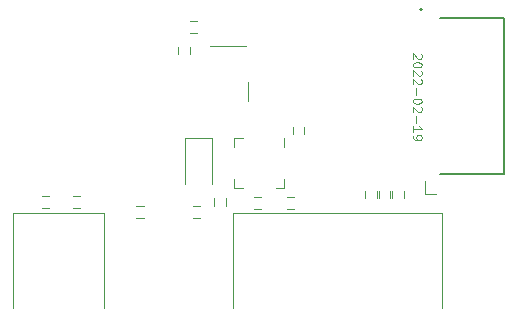
<source format=gbr>
%TF.GenerationSoftware,KiCad,Pcbnew,(6.0.2-0)*%
%TF.CreationDate,2022-02-20T12:38:54+00:00*%
%TF.ProjectId,GPS,4750532e-6b69-4636-9164-5f7063625858,5*%
%TF.SameCoordinates,Original*%
%TF.FileFunction,Legend,Top*%
%TF.FilePolarity,Positive*%
%FSLAX46Y46*%
G04 Gerber Fmt 4.6, Leading zero omitted, Abs format (unit mm)*
G04 Created by KiCad (PCBNEW (6.0.2-0)) date 2022-02-20 12:38:54*
%MOMM*%
%LPD*%
G01*
G04 APERTURE LIST*
%ADD10C,0.100000*%
%ADD11C,0.120000*%
%ADD12C,0.127000*%
%ADD13C,0.200000*%
G04 APERTURE END LIST*
D10*
X118439285Y-120757142D02*
X118475000Y-120792857D01*
X118510714Y-120864285D01*
X118510714Y-121042857D01*
X118475000Y-121114285D01*
X118439285Y-121150000D01*
X118367857Y-121185714D01*
X118296428Y-121185714D01*
X118189285Y-121150000D01*
X117760714Y-120721428D01*
X117760714Y-121185714D01*
X118510714Y-121650000D02*
X118510714Y-121721428D01*
X118475000Y-121792857D01*
X118439285Y-121828571D01*
X118367857Y-121864285D01*
X118225000Y-121900000D01*
X118046428Y-121900000D01*
X117903571Y-121864285D01*
X117832142Y-121828571D01*
X117796428Y-121792857D01*
X117760714Y-121721428D01*
X117760714Y-121650000D01*
X117796428Y-121578571D01*
X117832142Y-121542857D01*
X117903571Y-121507142D01*
X118046428Y-121471428D01*
X118225000Y-121471428D01*
X118367857Y-121507142D01*
X118439285Y-121542857D01*
X118475000Y-121578571D01*
X118510714Y-121650000D01*
X118439285Y-122185714D02*
X118475000Y-122221428D01*
X118510714Y-122292857D01*
X118510714Y-122471428D01*
X118475000Y-122542857D01*
X118439285Y-122578571D01*
X118367857Y-122614285D01*
X118296428Y-122614285D01*
X118189285Y-122578571D01*
X117760714Y-122150000D01*
X117760714Y-122614285D01*
X118439285Y-122900000D02*
X118475000Y-122935714D01*
X118510714Y-123007142D01*
X118510714Y-123185714D01*
X118475000Y-123257142D01*
X118439285Y-123292857D01*
X118367857Y-123328571D01*
X118296428Y-123328571D01*
X118189285Y-123292857D01*
X117760714Y-122864285D01*
X117760714Y-123328571D01*
X118046428Y-123650000D02*
X118046428Y-124221428D01*
X118510714Y-124721428D02*
X118510714Y-124792857D01*
X118475000Y-124864285D01*
X118439285Y-124900000D01*
X118367857Y-124935714D01*
X118225000Y-124971428D01*
X118046428Y-124971428D01*
X117903571Y-124935714D01*
X117832142Y-124900000D01*
X117796428Y-124864285D01*
X117760714Y-124792857D01*
X117760714Y-124721428D01*
X117796428Y-124650000D01*
X117832142Y-124614285D01*
X117903571Y-124578571D01*
X118046428Y-124542857D01*
X118225000Y-124542857D01*
X118367857Y-124578571D01*
X118439285Y-124614285D01*
X118475000Y-124650000D01*
X118510714Y-124721428D01*
X118439285Y-125257142D02*
X118475000Y-125292857D01*
X118510714Y-125364285D01*
X118510714Y-125542857D01*
X118475000Y-125614285D01*
X118439285Y-125650000D01*
X118367857Y-125685714D01*
X118296428Y-125685714D01*
X118189285Y-125650000D01*
X117760714Y-125221428D01*
X117760714Y-125685714D01*
X118046428Y-126007142D02*
X118046428Y-126578571D01*
X117760714Y-127328571D02*
X117760714Y-126900000D01*
X117760714Y-127114285D02*
X118510714Y-127114285D01*
X118403571Y-127042857D01*
X118332142Y-126971428D01*
X118296428Y-126900000D01*
X117760714Y-127685714D02*
X117760714Y-127828571D01*
X117796428Y-127900000D01*
X117832142Y-127935714D01*
X117939285Y-128007142D01*
X118082142Y-128042857D01*
X118367857Y-128042857D01*
X118439285Y-128007142D01*
X118475000Y-127971428D01*
X118510714Y-127900000D01*
X118510714Y-127757142D01*
X118475000Y-127685714D01*
X118439285Y-127650000D01*
X118367857Y-127614285D01*
X118189285Y-127614285D01*
X118117857Y-127650000D01*
X118082142Y-127685714D01*
X118046428Y-127757142D01*
X118046428Y-127900000D01*
X118082142Y-127971428D01*
X118117857Y-128007142D01*
X118189285Y-128042857D01*
D11*
%TO.C,R5*%
X107100000Y-132900000D02*
X107700000Y-132900000D01*
X107100000Y-133900000D02*
X107700000Y-133900000D01*
%TO.C,R4*%
X104300000Y-132900000D02*
X104900000Y-132900000D01*
X104300000Y-133900000D02*
X104900000Y-133900000D01*
%TO.C,R1*%
X108570000Y-126950000D02*
X108570000Y-127550000D01*
X107570000Y-126950000D02*
X107570000Y-127550000D01*
%TO.C,R2*%
X94950000Y-134650000D02*
X94350000Y-134650000D01*
X94950000Y-133650000D02*
X94350000Y-133650000D01*
%TO.C,U3*%
X102640000Y-131385000D02*
X102640000Y-132110000D01*
X102640000Y-128615000D02*
X102640000Y-127890000D01*
X102640000Y-132110000D02*
X103365000Y-132110000D01*
X106860000Y-131385000D02*
X106860000Y-132110000D01*
X106860000Y-128615000D02*
X106860000Y-127890000D01*
X106860000Y-132110000D02*
X106135000Y-132110000D01*
X102640000Y-127890000D02*
X103365000Y-127890000D01*
%TO.C,R3*%
X99750000Y-133650000D02*
X99150000Y-133650000D01*
X99750000Y-134650000D02*
X99150000Y-134650000D01*
%TO.C,R9*%
X113700000Y-132950000D02*
X113700000Y-132350000D01*
X114700000Y-132950000D02*
X114700000Y-132350000D01*
%TO.C,R10*%
X117000000Y-132950000D02*
X117000000Y-132350000D01*
X116000000Y-132950000D02*
X116000000Y-132350000D01*
%TO.C,R11*%
X114850000Y-132950000D02*
X114850000Y-132350000D01*
X115850000Y-132950000D02*
X115850000Y-132350000D01*
%TO.C,D2*%
X118750000Y-132650000D02*
X119750000Y-132650000D01*
X118750000Y-131550000D02*
X118750000Y-132650000D01*
%TO.C,D1*%
X100735000Y-131800000D02*
X100735000Y-127915000D01*
X100735000Y-127915000D02*
X98465000Y-127915000D01*
X98465000Y-127915000D02*
X98465000Y-131800000D01*
%TO.C,C1*%
X101900000Y-133000000D02*
X101900000Y-133600000D01*
X100900000Y-133000000D02*
X100900000Y-133600000D01*
%TO.C,J2*%
X102500000Y-134250000D02*
X102500000Y-142250000D01*
X102500000Y-134250000D02*
X120200000Y-134250000D01*
X120200000Y-134250000D02*
X120200000Y-142250000D01*
D12*
%TO.C,U1*%
X125456750Y-130950000D02*
X120056750Y-130950000D01*
X125456750Y-117750000D02*
X125456750Y-130950000D01*
X120056750Y-117750000D02*
X125456750Y-117750000D01*
D13*
X118556750Y-117000000D02*
G75*
G03*
X118556750Y-117000000I-100000J0D01*
G01*
D11*
%TO.C,R12*%
X99475000Y-118000000D02*
X98875000Y-118000000D01*
X99475000Y-119000000D02*
X98875000Y-119000000D01*
%TO.C,J1*%
X83900000Y-134250000D02*
X83900000Y-142250000D01*
X83900000Y-134250000D02*
X91600000Y-134250000D01*
X91600000Y-134250000D02*
X91600000Y-142250000D01*
%TO.C,U4*%
X103825000Y-123175000D02*
X103825000Y-124775000D01*
X100550000Y-120125000D02*
X103650000Y-120125000D01*
%TO.C,R6*%
X86950000Y-133800000D02*
X86350000Y-133800000D01*
X86950000Y-132800000D02*
X86350000Y-132800000D01*
%TO.C,R8*%
X97850000Y-120800000D02*
X97850000Y-120200000D01*
X98850000Y-120800000D02*
X98850000Y-120200000D01*
%TO.C,R7*%
X89600000Y-133800000D02*
X89000000Y-133800000D01*
X89600000Y-132800000D02*
X89000000Y-132800000D01*
%TD*%
M02*

</source>
